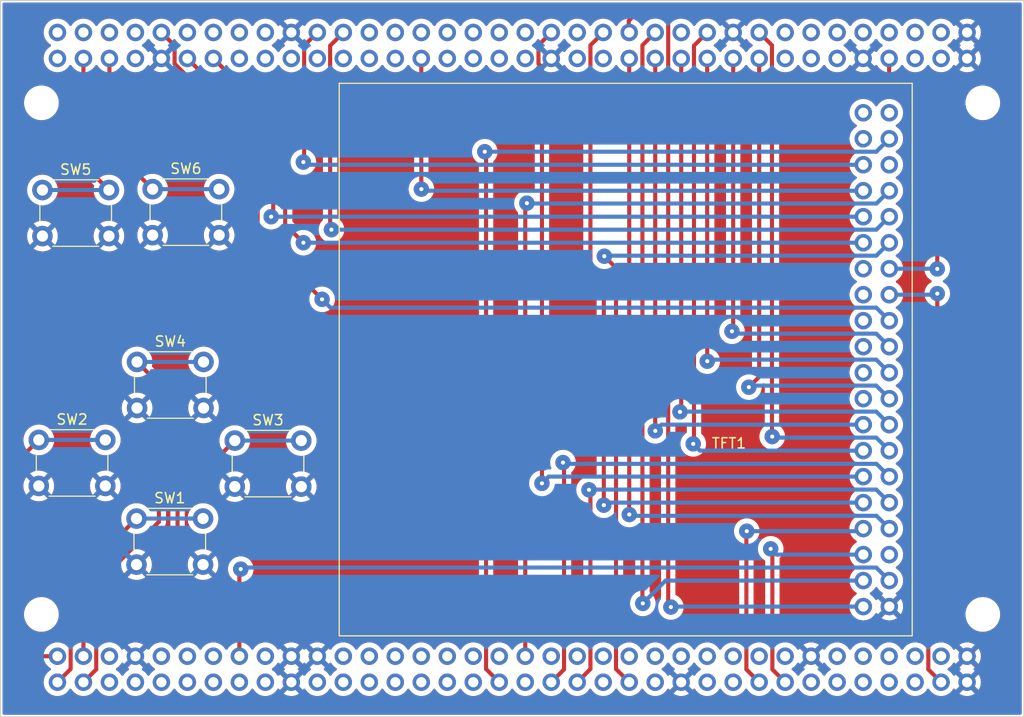
<source format=kicad_pcb>
(kicad_pcb (version 20221018) (generator pcbnew)
  (layers (0 "F.Cu" signal) (31 "B.Cu" signal) (34 "B.Paste" user) (35 "F.Paste" user) (36 "B.SilkS" user "B.Silkscreen") (37 "F.SilkS" user "F.Silkscreen") (38 "B.Mask" user) (39 "F.Mask" user) (44 "Edge.Cuts" user))
  (net 0 "")
  (net 1 "sw1")
  (net 2 "sw2")
  (net 3 "sw3")
  (net 4 "sw4")
  (net 15 "3v3")
  (net 31 "LCD_RD")
  (net 33 "LCD_WR")
  (net 37 "LCD_CS")
  (net 49 "LCD_RST")
  (net 88 "LCD_RS")
  (net 96 "LCD_BL")
  (net 102 "GND")
  (net 104 "SPI_MISO")
  (net 105 "SPI_MOSI")
  (net 106 "PEN")
  (net 107 "F_CS")
  (net 108 "T_CS")
  (net 109 "SPI_CLK")
  (net 110 "SD_CS")
  (net 113 "D0")
  (net 114 "D1")
  (net 115 "D2")
  (net 116 "D3")
  (net 117 "D4")
  (net 118 "D5")
  (net 119 "D6")
  (net 120 "D7")
  (net 121 "D8")
  (net 122 "D9")
  (net 123 "D10")
  (net 124 "D11")
  (net 125 "D12")
  (net 126 "D13")
  (net 127 "D14")
  (net 128 "D15")
  (net 140 "sw5")
  (net 141 "sw6")
  (footprint "MountingHole:MountingHole_3mm" (layer "F.Cu") (at 114 120)
    (fp_text reference "REF**" hide)
    (fp_text value "MountingHole_3mm" hide)
    (pad "" np_thru_hole circle (at 0 0) (size 3 3) (drill 3) (layers "*.Cu" "*.Mask"))
  )
  (footprint "Button_Switch_THT:SW_PUSH_6mm" (layer "F.Cu") (at 123.3424 95.322)
    (fp_text reference "SW4" (at 3.25 -2) (layer "F.SilkS"))
    (fp_text value "SW_Push")
    (fp_line (start -0.25 1.5) (end -0.25 3) (stroke (width 0.12)) (layer "F.SilkS"))
    (fp_line (start 1 5.5) (end 5.5 5.5) (stroke (width 0.12)) (layer "F.SilkS"))
    (fp_line (start 5.5 -1) (end 1 -1) (stroke (width 0.12)) (layer "F.SilkS"))
    (fp_line (start 6.75 3) (end 6.75 1.5) (stroke (width 0.12)) (layer "F.SilkS"))
    (pad "1" thru_hole circle (at 0 0 90) (size 2 2) (drill 1.1) (layers "*.Cu" "*.Mask") (net 4 "sw4"))
    (pad "1" thru_hole circle (at 6.5 0 90) (size 2 2) (drill 1.1) (layers "*.Cu" "*.Mask") (net 4 "sw4"))
    (pad "2" thru_hole circle (at 0 4.5 90) (size 2 2) (drill 1.1) (layers "*.Cu" "*.Mask") (net 102 "GND"))
    (pad "2" thru_hole circle (at 6.5 4.5 90) (size 2 2) (drill 1.1) (layers "*.Cu" "*.Mask") (net 102 "GND"))
  )
  (footprint "Button_Switch_THT:SW_PUSH_6mm" (layer "F.Cu") (at 114.098 78.522)
    (fp_text reference "SW5" (at 3.25 -2) (layer "F.SilkS"))
    (fp_text value "SW_Push")
    (fp_line (start -0.25 1.5) (end -0.25 3) (stroke (width 0.12)) (layer "F.SilkS"))
    (fp_line (start 1 5.5) (end 5.5 5.5) (stroke (width 0.12)) (layer "F.SilkS"))
    (fp_line (start 5.5 -1) (end 1 -1) (stroke (width 0.12)) (layer "F.SilkS"))
    (fp_line (start 6.75 3) (end 6.75 1.5) (stroke (width 0.12)) (layer "F.SilkS"))
    (pad "1" thru_hole circle (at 0 0 90) (size 2 2) (drill 1.1) (layers "*.Cu" "*.Mask") (net 140 "sw5"))
    (pad "1" thru_hole circle (at 6.5 0 90) (size 2 2) (drill 1.1) (layers "*.Cu" "*.Mask") (net 140 "sw5"))
    (pad "2" thru_hole circle (at 0 4.5 90) (size 2 2) (drill 1.1) (layers "*.Cu" "*.Mask") (net 102 "GND"))
    (pad "2" thru_hole circle (at 6.5 4.5 90) (size 2 2) (drill 1.1) (layers "*.Cu" "*.Mask") (net 102 "GND"))
  )
  (footprint "Button_Switch_THT:SW_PUSH_6mm" (layer "F.Cu") (at 123.2928 110.6276)
    (fp_text reference "SW1" (at 3.25 -2) (layer "F.SilkS"))
    (fp_text value "SW_Push")
    (fp_line (start -0.25 1.5) (end -0.25 3) (stroke (width 0.12)) (layer "F.SilkS"))
    (fp_line (start 1 5.5) (end 5.5 5.5) (stroke (width 0.12)) (layer "F.SilkS"))
    (fp_line (start 5.5 -1) (end 1 -1) (stroke (width 0.12)) (layer "F.SilkS"))
    (fp_line (start 6.75 3) (end 6.75 1.5) (stroke (width 0.12)) (layer "F.SilkS"))
    (pad "1" thru_hole circle (at 0 0 90) (size 2 2) (drill 1.1) (layers "*.Cu" "*.Mask") (net 1 "sw1"))
    (pad "1" thru_hole circle (at 6.5 0 90) (size 2 2) (drill 1.1) (layers "*.Cu" "*.Mask") (net 1 "sw1"))
    (pad "2" thru_hole circle (at 0 4.5 90) (size 2 2) (drill 1.1) (layers "*.Cu" "*.Mask") (net 102 "GND"))
    (pad "2" thru_hole circle (at 6.5 4.5 90) (size 2 2) (drill 1.1) (layers "*.Cu" "*.Mask") (net 102 "GND"))
  )
  (footprint "MountingHole:MountingHole_3mm" (layer "F.Cu") (at 114 70)
    (fp_text reference "REF**" hide)
    (fp_text value "MountingHole_3mm" hide)
    (pad "" np_thru_hole circle (at 0 0) (size 3 3) (drill 3) (layers "*.Cu" "*.Mask"))
  )
  (footprint "Button_Switch_THT:SW_PUSH_6mm" (layer "F.Cu") (at 124.8664 78.4352)
    (fp_text reference "SW6" (at 3.25 -2) (layer "F.SilkS"))
    (fp_text value "SW_Push")
    (fp_line (start -0.25 1.5) (end -0.25 3) (stroke (width 0.12)) (layer "F.SilkS"))
    (fp_line (start 1 5.5) (end 5.5 5.5) (stroke (width 0.12)) (layer "F.SilkS"))
    (fp_line (start 5.5 -1) (end 1 -1) (stroke (width 0.12)) (layer "F.SilkS"))
    (fp_line (start 6.75 3) (end 6.75 1.5) (stroke (width 0.12)) (layer "F.SilkS"))
    (pad "1" thru_hole circle (at 0 0 90) (size 2 2) (drill 1.1) (layers "*.Cu" "*.Mask") (net 141 "sw6"))
    (pad "1" thru_hole circle (at 6.5 0 90) (size 2 2) (drill 1.1) (layers "*.Cu" "*.Mask") (net 141 "sw6"))
    (pad "2" thru_hole circle (at 0 4.5 90) (size 2 2) (drill 1.1) (layers "*.Cu" "*.Mask") (net 102 "GND"))
    (pad "2" thru_hole circle (at 6.5 4.5 90) (size 2 2) (drill 1.1) (layers "*.Cu" "*.Mask") (net 102 "GND"))
  )
  (footprint "zombie_display:2.2_TFT_S6D0164" (layer "F.Cu") (at 199.101 68.091 180)
    (fp_text reference "TFT1" (at 17.907 -35.179) (layer "F.SilkS"))
    (fp_text value "2.2_TFT_S6D0164")
    (fp_line (start 0 -54) (end 56 -54) (stroke (width 0.12)) (layer "F.SilkS"))
    (fp_line (start 0 0) (end 0 -54) (stroke (width 0.12)) (layer "F.SilkS"))
    (fp_line (start 0 0) (end 56 0) (stroke (width 0.12)) (layer "F.SilkS"))
    (fp_line (start 56 0) (end 56 -54) (stroke (width 0.12)) (layer "F.SilkS"))
    (pad "1" thru_hole circle (at 2.24 -51.14) (size 1.7 1.7) (drill 1) (layers "*.Cu" "*.Mask") (net 102 "GND"))
    (pad "2" thru_hole circle (at 4.78 -51.14) (size 1.7 1.7) (drill 1) (layers "*.Cu" "*.Mask") (net 113 "D0"))
    (pad "3" thru_hole circle (at 2.24 -48.6) (size 1.7 1.7) (drill 1) (layers "*.Cu" "*.Mask") (net 15 "3v3"))
    (pad "4" thru_hole circle (at 4.78 -48.6) (size 1.7 1.7) (drill 1) (layers "*.Cu" "*.Mask") (net 114 "D1"))
    (pad "5" thru_hole circle (at 2.24 -46.06) (size 1.7 1.7) (drill 1) (layers "*.Cu" "*.Mask"))
    (pad "6" thru_hole circle (at 4.78 -46.06) (size 1.7 1.7) (drill 1) (layers "*.Cu" "*.Mask") (net 115 "D2"))
    (pad "7" thru_hole circle (at 2.24 -43.52) (size 1.7 1.7) (drill 1) (layers "*.Cu" "*.Mask") (net 88 "LCD_RS"))
    (pad "8" thru_hole circle (at 4.78 -43.52) (size 1.7 1.7) (drill 1) (layers "*.Cu" "*.Mask") (net 116 "D3"))
    (pad "9" thru_hole circle (at 2.24 -40.98) (size 1.7 1.7) (drill 1) (layers "*.Cu" "*.Mask") (net 33 "LCD_WR"))
    (pad "10" thru_hole circle (at 4.78 -40.98) (size 1.7 1.7) (drill 1) (layers "*.Cu" "*.Mask") (net 117 "D4"))
    (pad "11" thru_hole circle (at 2.24 -38.44) (size 1.7 1.7) (drill 1) (layers "*.Cu" "*.Mask") (net 31 "LCD_RD"))
    (pad "12" thru_hole circle (at 4.78 -38.44) (size 1.7 1.7) (drill 1) (layers "*.Cu" "*.Mask") (net 118 "D5"))
    (pad "13" thru_hole circle (at 2.24 -35.9) (size 1.7 1.7) (drill 1) (layers "*.Cu" "*.Mask") (net 121 "D8"))
    (pad "14" thru_hole circle (at 4.78 -35.9) (size 1.7 1.7) (drill 1) (layers "*.Cu" "*.Mask") (net 119 "D6"))
    (pad "15" thru_hole circle (at 2.24 -33.36) (size 1.7 1.7) (drill 1) (layers "*.Cu" "*.Mask") (net 122 "D9"))
    (pad "16" thru_hole circle (at 4.78 -33.36) (size 1.7 1.7) (drill 1) (layers "*.Cu" "*.Mask") (net 120 "D7"))
    (pad "17" thru_hole circle (at 2.24 -30.82) (size 1.7 1.7) (drill 1) (layers "*.Cu" "*.Mask") (net 123 "D10"))
    (pad "18" thru_hole circle (at 4.78 -30.82) (size 1.7 1.7) (drill 1) (layers "*.Cu" "*.Mask"))
    (pad "19" thru_hole circle (at 2.24 -28.28) (size 1.7 1.7) (drill 1) (layers "*.Cu" "*.Mask") (net 124 "D11"))
    (pad "20" thru_hole circle (at 4.78 -28.28) (size 1.7 1.7) (drill 1) (layers "*.Cu" "*.Mask"))
    (pad "21" thru_hole circle (at 2.24 -25.74) (size 1.7 1.7) (drill 1) (layers "*.Cu" "*.Mask") (net 125 "D12"))
    (pad "22" thru_hole circle (at 4.78 -25.74) (size 1.7 1.7) (drill 1) (layers "*.Cu" "*.Mask"))
    (pad "23" thru_hole circle (at 2.24 -23.2) (size 1.7 1.7) (drill 1) (layers "*.Cu" "*.Mask") (net 126 "D13"))
    (pad "24" thru_hole circle (at 4.78 -23.2) (size 1.7 1.7) (drill 1) (layers "*.Cu" "*.Mask"))
    (pad "25" thru_hole circle (at 2.24 -20.66) (size 1.7 1.7) (drill 1) (layers "*.Cu" "*.Mask") (net 127 "D14"))
    (pad "26" thru_hole circle (at 4.78 -20.66) (size 1.7 1.7) (drill 1) (layers "*.Cu" "*.Mask"))
    (pad "27" thru_hole circle (at 2.24 -18.12) (size 1.7 1.7) (drill 1) (layers "*.Cu" "*.Mask") (net 128 "D15"))
    (pad "28" thru_hole circle (at 4.78 -18.12) (size 1.7 1.7) (drill 1) (layers "*.Cu" "*.Mask"))
    (pad "29" thru_hole circle (at 2.24 -15.58) (size 1.7 1.7) (drill 1) (layers "*.Cu" "*.Mask") (net 37 "LCD_CS"))
    (pad "30" thru_hole circle (at 4.78 -15.58) (size 1.7 1.7) (drill 1) (layers "*.Cu" "*.Mask") (net 104 "SPI_MISO"))
    (pad "31" thru_hole circle (at 2.24 -13.04) (size 1.7 1.7) (drill 1) (layers "*.Cu" "*.Mask") (net 107 "F_CS"))
    (pad "32" thru_hole circle (at 4.78 -13.04) (size 1.7 1.7) (drill 1) (layers "*.Cu" "*.Mask") (net 109 "SPI_CLK"))
    (pad "33" thru_hole circle (at 2.24 -10.5) (size 1.7 1.7) (drill 1) (layers "*.Cu" "*.Mask") (net 49 "LCD_RST"))
    (pad "34" thru_hole circle (at 4.78 -10.5) (size 1.7 1.7) (drill 1) (layers "*.Cu" "*.Mask") (net 105 "SPI_MOSI"))
    (pad "35" thru_hole circle (at 2.24 -7.96) (size 1.7 1.7) (drill 1) (layers "*.Cu" "*.Mask"))
    (pad "36" thru_hole circle (at 4.78 -7.96) (size 1.7 1.7) (drill 1) (layers "*.Cu" "*.Mask") (net 110 "SD_CS"))
    (pad "37" thru_hole circle (at 2.24 -5.42) (size 1.7 1.7) (drill 1) (layers "*.Cu" "*.Mask") (net 96 "LCD_BL"))
    (pad "38" thru_hole circle (at 4.78 -5.42) (size 1.7 1.7) (drill 1) (layers "*.Cu" "*.Mask"))
    (pad "39" thru_hole circle (at 2.24 -2.88) (size 1.7 1.7) (drill 1) (layers "*.Cu" "*.Mask"))
    (pad "40" thru_hole circle (at 4.78 -2.88) (size 1.7 1.7) (drill 1) (layers "*.Cu" "*.Mask"))
  )
  (footprint "MountingHole:MountingHole_3mm" (layer "F.Cu") (at 206 120)
    (fp_text reference "REF**" hide)
    (fp_text value "MountingHole_3mm" hide)
    (pad "" np_thru_hole circle (at 0 0) (size 3 3) (drill 3) (layers "*.Cu" "*.Mask"))
  )
  (footprint "Button_Switch_THT:SW_PUSH_6mm" (layer "F.Cu") (at 132.894 103.0076)
    (fp_text reference "SW3" (at 3.25 -2) (layer "F.SilkS"))
    (fp_text value "SW_Push")
    (fp_line (start -0.25 1.5) (end -0.25 3) (stroke (width 0.12)) (layer "F.SilkS"))
    (fp_line (start 1 5.5) (end 5.5 5.5) (stroke (width 0.12)) (layer "F.SilkS"))
    (fp_line (start 5.5 -1) (end 1 -1) (stroke (width 0.12)) (layer "F.SilkS"))
    (fp_line (start 6.75 3) (end 6.75 1.5) (stroke (width 0.12)) (layer "F.SilkS"))
    (pad "1" thru_hole circle (at 0 0 90) (size 2 2) (drill 1.1) (layers "*.Cu" "*.Mask") (net 3 "sw3"))
    (pad "1" thru_hole circle (at 6.5 0 90) (size 2 2) (drill 1.1) (layers "*.Cu" "*.Mask") (net 3 "sw3"))
    (pad "2" thru_hole circle (at 0 4.5 90) (size 2 2) (drill 1.1) (layers "*.Cu" "*.Mask") (net 102 "GND"))
    (pad "2" thru_hole circle (at 6.5 4.5 90) (size 2 2) (drill 1.1) (layers "*.Cu" "*.Mask") (net 102 "GND"))
  )
  (footprint "MountingHole:MountingHole_3mm" (layer "F.Cu") (at 206 70)
    (fp_text reference "REF**" hide)
    (fp_text value "MountingHole_3mm" hide)
    (pad "" np_thru_hole circle (at 0 0) (size 3 3) (drill 3) (layers "*.Cu" "*.Mask"))
  )
  (footprint "zombie_nucleo:ST_Morpho_Connector_144_Short" (layer "F.Cu") (at 115.564 126.623 90)
    (fp_text reference "U1" hide)
    (fp_text value "NUCLEO144")
    (pad "1" thru_hole circle (at 0 0 90) (size 1.7 1.7) (drill 1) (layers "*.Cu" "*.Mask") (net 1 "sw1"))
    (pad "2" thru_hole circle (at 2.54 0 90) (size 1.7 1.7) (drill 1) (layers "*.Cu" "*.Mask") (net 2 "sw2"))
    (pad "3" thru_hole circle (at 0 2.54 90) (size 1.7 1.7) (drill 1) (layers "*.Cu" "*.Mask") (net 3 "sw3"))
    (pad "4" thru_hole circle (at 2.54 2.54 90) (size 1.7 1.7) (drill 1) (layers "*.Cu" "*.Mask") (net 4 "sw4"))
    (pad "5" thru_hole circle (at 0 5.08 90) (size 1.7 1.7) (drill 1) (layers "*.Cu" "*.Mask"))
    (pad "6" thru_hole circle (at 2.54 5.08 90) (size 1.7 1.7) (drill 1) (layers "*.Cu" "*.Mask"))
    (pad "7" thru_hole circle (at 0 7.62 90) (size 1.7 1.7) (drill 1) (layers "*.Cu" "*.Mask"))
    (pad "8" thru_hole circle (at 2.54 7.62 90) (size 1.7 1.7) (drill 1) (layers "*.Cu" "*.Mask") (net 102 "GND"))
    (pad "9" thru_hole circle (at 0 10.16 90) (size 1.7 1.7) (drill 1) (layers "*.Cu" "*.Mask"))
    (pad "10" thru_hole circle (at 2.54 10.16 90) (size 1.7 1.7) (drill 1) (layers "*.Cu" "*.Mask"))
    (pad "11" thru_hole circle (at 0 12.7 90) (size 1.7 1.7) (drill 1) (layers "*.Cu" "*.Mask"))
    (pad "12" thru_hole circle (at 2.54 12.7 90) (size 1.7 1.7) (drill 1) (layers "*.Cu" "*.Mask"))
    (pad "13" thru_hole circle (at 0 15.24 90) (size 1.7 1.7) (drill 1) (layers "*.Cu" "*.Mask"))
    (pad "14" thru_hole circle (at 2.54 15.24 90) (size 1.7 1.7) (drill 1) (layers "*.Cu" "*.Mask"))
    (pad "15" thru_hole circle (at 0 17.78 90) (size 1.7 1.7) (drill 1) (layers "*.Cu" "*.Mask"))
    (pad "16" thru_hole circle (at 2.54 17.78 90) (size 1.7 1.7) (drill 1) (layers "*.Cu" "*.Mask") (net 15 "3v3"))
    (pad "17" thru_hole circle (at 0 20.32 90) (size 1.7 1.7) (drill 1) (layers "*.Cu" "*.Mask"))
    (pad "18" thru_hole circle (at 2.54 20.32 90) (size 1.7 1.7) (drill 1) (layers "*.Cu" "*.Mask"))
    (pad "19" thru_hole circle (at 0 22.86 90) (size 1.7 1.7) (drill 1) (layers "*.Cu" "*.Mask") (net 102 "GND"))
    (pad "20" thru_hole circle (at 2.54 22.86 90) (size 1.7 1.7) (drill 1) (layers "*.Cu" "*.Mask") (net 102 "GND"))
    (pad "21" thru_hole circle (at 0 25.4 90) (size 1.7 1.7) (drill 1) (layers "*.Cu" "*.Mask"))
    (pad "22" thru_hole circle (at 2.54 25.4 90) (size 1.7 1.7) (drill 1) (layers "*.Cu" "*.Mask") (net 102 "GND"))
    (pad "23" thru_hole circle (at 0 27.94 90) (size 1.7 1.7) (drill 1) (layers "*.Cu" "*.Mask"))
    (pad "24" thru_hole circle (at 2.54 27.94 90) (size 1.7 1.7) (drill 1) (layers "*.Cu" "*.Mask"))
    (pad "25" thru_hole circle (at 0 30.48 90) (size 1.7 1.7) (drill 1) (layers "*.Cu" "*.Mask"))
    (pad "26" thru_hole circle (at 2.54 30.48 90) (size 1.7 1.7) (drill 1) (layers "*.Cu" "*.Mask"))
    (pad "27" thru_hole circle (at 0 33.02 90) (size 1.7 1.7) (drill 1) (layers "*.Cu" "*.Mask"))
    (pad "28" thru_hole circle (at 2.54 33.02 90) (size 1.7 1.7) (drill 1) (layers "*.Cu" "*.Mask"))
    (pad "29" thru_hole circle (at 0 35.56 90) (size 1.7 1.7) (drill 1) (layers "*.Cu" "*.Mask"))
    (pad "30" thru_hole circle (at 2.54 35.56 90) (size 1.7 1.7) (drill 1) (layers "*.Cu" "*.Mask"))
    (pad "31" thru_hole circle (at 0 38.1 90) (size 1.7 1.7) (drill 1) (layers "*.Cu" "*.Mask"))
    (pad "32" thru_hole circle (at 2.54 38.1 90) (size 1.7 1.7) (drill 1) (layers "*.Cu" "*.Mask"))
    (pad "33" thru_hole circle (at 0 40.64 90) (size 1.7 1.7) (drill 1) (layers "*.Cu" "*.Mask"))
    (pad "34" thru_hole circle (at 2.54 40.64 90) (size 1.7 1.7) (drill 1) (layers "*.Cu" "*.Mask"))
    (pad "35" thru_hole circle (at 0 43.18 90) (size 1.7 1.7) (drill 1) (layers "*.Cu" "*.Mask") (net 96 "LCD_BL"))
    (pad "36" thru_hole circle (at 2.54 43.18 90) (size 1.7 1.7) (drill 1) (layers "*.Cu" "*.Mask"))
    (pad "37" thru_hole circle (at 0 45.72 90) (size 1.7 1.7) (drill 1) (layers "*.Cu" "*.Mask") (net 106 "PEN"))
    (pad "38" thru_hole circle (at 2.54 45.72 90) (size 1.7 1.7) (drill 1) (layers "*.Cu" "*.Mask") (net 49 "LCD_RST"))
    (pad "39" thru_hole circle (at 0 48.26 90) (size 1.7 1.7) (drill 1) (layers "*.Cu" "*.Mask") (net 31 "LCD_RD"))
    (pad "40" thru_hole circle (at 2.54 48.26 90) (size 1.7 1.7) (drill 1) (layers "*.Cu" "*.Mask"))
    (pad "41" thru_hole circle (at 0 50.8 90) (size 1.7 1.7) (drill 1) (layers "*.Cu" "*.Mask") (net 33 "LCD_WR"))
    (pad "42" thru_hole circle (at 2.54 50.8 90) (size 1.7 1.7) (drill 1) (layers "*.Cu" "*.Mask"))
    (pad "43" thru_hole circle (at 0 53.34 90) (size 1.7 1.7) (drill 1) (layers "*.Cu" "*.Mask"))
    (pad "44" thru_hole circle (at 2.54 53.34 90) (size 1.7 1.7) (drill 1) (layers "*.Cu" "*.Mask"))
    (pad "45" thru_hole circle (at 0 55.88 90) (size 1.7 1.7) (drill 1) (layers "*.Cu" "*.Mask") (net 37 "LCD_CS"))
    (pad "46" thru_hole circle (at 2.54 55.88 90) (size 1.7 1.7) (drill 1) (layers "*.Cu" "*.Mask"))
    (pad "47" thru_hole circle (at 0 58.42 90) (size 1.7 1.7) (drill 1) (layers "*.Cu" "*.Mask"))
    (pad "48" thru_hole circle (at 2.54 58.42 90) (size 1.7 1.7) (drill 1) (layers "*.Cu" "*.Mask"))
    (pad "49" thru_hole circle (at 0 60.96 90) (size 1.7 1.7) (drill 1) (layers "*.Cu" "*.Mask") (net 102 "GND"))
    (pad "50" thru_hole circle (at 2.54 60.96 90) (size 1.7 1.7) (drill 1) (layers "*.Cu" "*.Mask"))
    (pad "51" thru_hole circle (at 0 63.5 90) (size 1.7 1.7) (drill 1) (layers "*.Cu" "*.Mask"))
    (pad "52" thru_hole circle (at 2.54 63.5 90) (size 1.7 1.7) (drill 1) (layers "*.Cu" "*.Mask"))
    (pad "53" thru_hole circle (at 0 66.04 90) (size 1.7 1.7) (drill 1) (layers "*.Cu" "*.Mask"))
    (pad "54" thru_hole circle (at 2.54 66.04 90) (size 1.7 1.7) (drill 1) (layers "*.Cu" "*.Mask"))
    (pad "55" thru_hole circle (at 0 68.58 90) (size 1.7 1.7) (drill 1) (layers "*.Cu" "*.Mask") (net 116 "D3"))
    (pad "56" thru_hole circle (at 2.54 68.58 90) (size 1.7 1.7) (drill 1) (layers "*.Cu" "*.Mask"))
    (pad "57" thru_hole circle (at 0 71.12 90) (size 1.7 1.7) (drill 1) (layers "*.Cu" "*.Mask") (net 115 "D2"))
    (pad "58" thru_hole circle (at 2.54 71.12 90) (size 1.7 1.7) (drill 1) (layers "*.Cu" "*.Mask"))
    (pad "59" thru_hole circle (at 0 73.66 90) (size 1.7 1.7) (drill 1) (layers "*.Cu" "*.Mask"))
    (pad "60" thru_hole circle (at 2.54 73.66 90) (size 1.7 1.7) (drill 1) (layers "*.Cu" "*.Mask") (net 102 "GND"))
    (pad "61" thru_hole circle (at 0 76.2 90) (size 1.7 1.7) (drill 1) (layers "*.Cu" "*.Mask"))
    (pad "62" thru_hole circle (at 2.54 76.2 90) (size 1.7 1.7) (drill 1) (layers "*.Cu" "*.Mask"))
    (pad "63" thru_hole circle (at 0 78.74 90) (size 1.7 1.7) (drill 1) (layers "*.Cu" "*.Mask"))
    (pad "64" thru_hole circle (at 2.54 78.74 90) (size 1.7 1.7) (drill 1) (layers "*.Cu" "*.Mask"))
    (pad "65" thru_hole circle (at 0 81.28 90) (size 1.7 1.7) (drill 1) (layers "*.Cu" "*.Mask"))
    (pad "66" thru_hole circle (at 2.54 81.28 90) (size 1.7 1.7) (drill 1) (layers "*.Cu" "*.Mask"))
    (pad "67" thru_hole circle (at 0 83.82 90) (size 1.7 1.7) (drill 1) (layers "*.Cu" "*.Mask"))
    (pad "68" thru_hole circle (at 2.54 83.82 90) (size 1.7 1.7) (drill 1) (layers "*.Cu" "*.Mask"))
    (pad "69" thru_hole circle (at 0 86.36 90) (size 1.7 1.7) (drill 1) (layers "*.Cu" "*.Mask") (net 127 "D14"))
    (pad "70" thru_hole circle (at 2.54 86.36 90) (size 1.7 1.7) (drill 1) (layers "*.Cu" "*.Mask"))
    (pad "71" thru_hole circle (at 0 88.9 90) (size 1.7 1.7) (drill 1) (layers "*.Cu" "*.Mask") (net 102 "GND"))
    (pad "72" thru_hole circle (at 2.54 88.9 90) (size 1.7 1.7) (drill 1) (layers "*.Cu" "*.Mask") (net 102 "GND"))
    (pad "73" thru_hole circle (at 60.96 0 90) (size 1.7 1.7) (drill 1) (layers "*.Cu" "*.Mask"))
    (pad "74" thru_hole circle (at 63.5 0 90) (size 1.7 1.7) (drill 1) (layers "*.Cu" "*.Mask"))
    (pad "75" thru_hole circle (at 60.96 2.54 90) (size 1.7 1.7) (drill 1) (layers "*.Cu" "*.Mask") (net 140 "sw5"))
    (pad "76" thru_hole circle (at 63.5 2.54 90) (size 1.7 1.7) (drill 1) (layers "*.Cu" "*.Mask"))
    (pad "77" thru_hole circle (at 60.96 5.08 90) (size 1.7 1.7) (drill 1) (layers "*.Cu" "*.Mask") (net 141 "sw6"))
    (pad "78" thru_hole circle (at 63.5 5.08 90) (size 1.7 1.7) (drill 1) (layers "*.Cu" "*.Mask"))
    (pad "79" thru_hole circle (at 60.96 7.62 90) (size 1.7 1.7) (drill 1) (layers "*.Cu" "*.Mask"))
    (pad "80" thru_hole circle (at 63.5 7.62 90) (size 1.7 1.7) (drill 1) (layers "*.Cu" "*.Mask"))
    (pad "81" thru_hole circle (at 60.96 10.16 90) (size 1.7 1.7) (drill 1) (layers "*.Cu" "*.Mask") (net 102 "GND"))
    (pad "82" thru_hole circle (at 63.5 10.16 90) (size 1.7 1.7) (drill 1) (layers "*.Cu" "*.Mask") (net 126 "D13"))
    (pad "83" thru_hole circle (at 60.96 12.7 90) (size 1.7 1.7) (drill 1) (layers "*.Cu" "*.Mask") (net 109 "SPI_CLK"))
    (pad "84" thru_hole circle (at 63.5 12.7 90) (size 1.7 1.7) (drill 1) (layers "*.Cu" "*.Mask"))
    (pad "85" thru_hole circle (at 60.96 15.24 90) (size 1.7 1.7) (drill 1) (layers "*.Cu" "*.Mask") (net 104 "SPI_MISO"))
    (pad "86" thru_hole circle (at 63.5 15.24 90) (size 1.7 1.7) (drill 1) (layers "*.Cu" "*.Mask"))
    (pad "87" thru_hole circle (at 60.96 17.78 90) (size 1.7 1.7) (drill 1) (layers "*.Cu" "*.Mask"))
    (pad "88" thru_hole circle (at 63.5 17.78 90) (size 1.7 1.7) (drill 1) (layers "*.Cu" "*.Mask"))
    (pad "89" thru_hole circle (at 60.96 20.32 90) (size 1.7 1.7) (drill 1) (layers "*.Cu" "*.Mask"))
    (pad "90" thru_hole circle (at 63.5 20.32 90) (size 1.7 1.7) (drill 1) (layers "*.Cu" "*.Mask"))
    (pad "91" thru_hole circle (at 60.96 22.86 90) (size 1.7 1.7) (drill 1) (layers "*.Cu" "*.Mask"))
    (pad "92" thru_hole circle (at 63.5 22.86 90) (size 1.7 1.7) (drill 1) (layers "*.Cu" "*.Mask") (net 102 "GND"))
    (pad "93" thru_hole circle (at 60.96 25.4 90) (size 1.7 1.7) (drill 1) (layers "*.Cu" "*.Mask"))
    (pad "94" thru_hole circle (at 63.5 25.4 90) (size 1.7 1.7) (drill 1) (layers "*.Cu" "*.Mask") (net 110 "SD_CS"))
    (pad "95" thru_hole circle (at 60.96 27.94 90) (size 1.7 1.7) (drill 1) (layers "*.Cu" "*.Mask"))
    (pad "96" thru_hole circle (at 63.5 27.94 90) (size 1.7 1.7) (drill 1) (layers "*.Cu" "*.Mask") (net 107 "F_CS"))
    (pad "97" thru_hole circle (at 60.96 30.48 90) (size 1.7 1.7) (drill 1) (layers "*.Cu" "*.Mask"))
    (pad "98" thru_hole circle (at 63.5 30.48 90) (size 1.7 1.7) (drill 1) (layers "*.Cu" "*.Mask"))
    (pad "99" thru_hole circle (at 60.96 33.02 90) (size 1.7 1.7) (drill 1) (layers "*.Cu" "*.Mask"))
    (pad "100" thru_hole circle (at 63.5 33.02 90) (size 1.7 1.7) (drill 1) (layers "*.Cu" "*.Mask"))
    (pad "101" thru_hole circle (at 60.96 35.56 90) (size 1.7 1.7) (drill 1) (layers "*.Cu" "*.Mask") (net 105 "SPI_MOSI"))
    (pad "102" thru_hole circle (at 63.5 35.56 90) (size 1.7 1.7) (drill 1) (layers "*.Cu" "*.Mask"))
    (pad "103" thru_hole circle (at 60.96 38.1 90) (size 1.7 1.7) (drill 1) (layers "*.Cu" "*.Mask"))
    (pad "104" thru_hole circle (at 63.5 38.1 90) (size 1.7 1.7) (drill 1) (layers "*.Cu" "*.Mask"))
    (pad "105" thru_hole circle (at 60.96 40.64 90) (size 1.7 1.7) (drill 1) (layers "*.Cu" "*.Mask"))
    (pad "106" thru_hole circle (at 63.5 40.64 90) (size 1.7 1.7) (drill 1) (layers "*.Cu" "*.Mask"))
    (pad "107" thru_hole circle (at 60.96 43.18 90) (size 1.7 1.7) (drill 1) (layers "*.Cu" "*.Mask"))
    (pad "108" thru_hole circle (at 63.5 43.18 90) (size 1.7 1.7) (drill 1) (layers "*.Cu" "*.Mask"))
    (pad "109" thru_hole circle (at 60.96 45.72 90) (size 1.7 1.7) (drill 1) (layers "*.Cu" "*.Mask") (net 108 "T_CS"))
    (pad "110" thru_hole circle (at 63.5 45.72 90) (size 1.7 1.7) (drill 1) (layers "*.Cu" "*.Mask"))
    (pad "111" thru_hole circle (at 60.96 48.26 90) (size 1.7 1.7) (drill 1) (layers "*.Cu" "*.Mask") (net 102 "GND"))
    (pad "112" thru_hole circle (at 63.5 48.26 90) (size 1.7 1.7) (drill 1) (layers "*.Cu" "*.Mask") (net 118 "D5"))
    (pad "113" thru_hole circle (at 60.96 50.8 90) (size 1.7 1.7) (drill 1) (layers "*.Cu" "*.Mask"))
    (pad "114" thru_hole circle (at 63.5 50.8 90) (size 1.7 1.7) (drill 1) (layers "*.Cu" "*.Mask"))
    (pad "115" thru_hole circle (at 60.96 53.34 90) (size 1.7 1.7) (drill 1) (layers "*.Cu" "*.Mask"))
    (pad "116" thru_hole circle (at 63.5 53.34 90) (size 1.7 1.7) (drill 1) (layers "*.Cu" "*.Mask") (net 117 "D4"))
    (pad "117" thru_hole circle (at 60.96 55.88 90) (size 1.7 1.7) (drill 1) (layers "*.Cu" "*.Mask") (net 88 "LCD_RS"))
    (pad "118" thru_hole circle (at 63.5 55.88 90) (size 1.7 1.7) (drill 1) (layers "*.Cu" "*.Mask") (net 113 "D0"))
    (pad "119" thru_hole circle (at 60.96 58.42 90) (size 1.7 1.7) (drill 1) (layers "*.Cu" "*.Mask") (net 120 "D7"))
    (pad "120" thru_hole circle (at 63.5 58.42 90) (size 1.7 1.7) (drill 1) (layers "*.Cu" "*.Mask") (net 114 "D1"))
    (pad "121" thru_hole circle (at 60.96 60.96 90) (size 1.7 1.7) (drill 1) (layers "*.Cu" "*.Mask") (net 122 "D9"))
    (pad "122" thru_hole circle (at 63.5 60.96 90) (size 1.7 1.7) (drill 1) (layers "*.Cu" "*.Mask"))
    (pad "123" thru_hole circle (at 60.96 63.5 90) (size 1.7 1.7) (drill 1) (layers "*.Cu" "*.Mask") (net 124 "D11"))
    (pad "124" thru_hole circle (at 63.5 63.5 90) (size 1.7 1.7) (drill 1) (layers "*.Cu" "*.Mask") (net 119 "D6"))
    (pad "125" thru_hole circle (at 60.96 66.04 90) (size 1.7 1.7) (drill 1) (layers "*.Cu" "*.Mask") (net 125 "D12"))
    (pad "126" thru_hole circle (at 63.5 66.04 90) (size 1.7 1.7) (drill 1) (layers "*.Cu" "*.Mask") (net 102 "GND"))
    (pad "127" thru_hole circle (at 60.96 68.58 90) (size 1.7 1.7) (drill 1) (layers "*.Cu" "*.Mask") (net 123 "D10"))
    (pad "128" thru_hole circle (at 63.5 68.58 90) (size 1.7 1.7) (drill 1) (layers "*.Cu" "*.Mask") (net 121 "D8"))
    (pad "129" thru_hole circle (at 60.96 71.12 90) (size 1.7 1.7) (drill 1) (layers "*.Cu" "*.Mask"))
    (pad "130" thru_hole circle (at 63.5 71.12 90) (size 1.7 1.7) (drill 1) (layers "*.Cu" "*.Mask"))
    (pad "131" thru_hole circle (at 60.96 73.66 90) (size 1.7 1.7) (drill 1) (layers "*.Cu" "*.Mask"))
    (pad "132" thru_hole circle (at 63.5 73.66 90) (size 1.7 1.7) (drill 1) (layers "*.Cu" "*.Mask"))
    (pad "133" thru_hole circle (at 60.96 76.2 90) (size 1.7 1.7) (drill 1) (layers "*.Cu" "*.Mask"))
    (pad "134" thru_hole circle (at 63.5 76.2 90) (size 1.7 1.7) (drill 1) (layers "*.Cu" "*.Mask"))
    (pad "135" thru_hole circle (at 60.96 78.74 90) (size 1.7 1.7) (drill 1) (layers "*.Cu" "*.Mask") (net 102 "GND"))
    (pad "136" thru_hole circle (at 63.5 78.74 90) (size 1.7 1.7) (drill 1) (layers "*.Cu" "*.Mask"))
    (pad "137" thru_hole circle (at 60.96 81.28 90) (size 1.7 1.7) (drill 1) (layers "*.Cu" "*.Mask") (net 128 "D15"))
    (pad "138" thru_hole circle (at 63.5 81.28 90) (size 1.7 1.7) (drill 1) (layers "*.Cu" "*.Mask"))
    (pad "139" thru_hole circle (at 60.96 83.82 90) (size 1.7 1.7) (drill 1) (layers "*.Cu" "*.Mask"))
    (pad "140" thru_hole circle (at 63.5 83.82 90) (size 1.7 1.7) (drill 1) (layers "*.Cu" "*.Mask"))
    (pad "141" thru_hole circle (at 60.96 86.36 90) (size 1.7 1.7) (drill 1) (layers "*.Cu" "*.Mask"))
    (pad "142" thru_hole circle (at 63.5 86.36 90) (size 1.7 1.7) (drill 1) (layers "*.Cu" "*.Mask"))
    (pad "143" thru_hole circle (at 60.96 88.9 90) (size 1.7 1.7) (drill 1) (layers "*.Cu" "*.Mask") (net 102 "GND"))
    (pad "144" thru_hole circle (at 63.5 88.9 90) (size 1.7 1.7) (drill 1) (layers "*.Cu" "*.Mask") (net 102 "GND"))
  )
  (footprint "Button_Switch_THT:SW_PUSH_6mm" (layer "F.Cu") (at 113.7436 102.942)
    (fp_text reference "SW2" (at 3.25 -2) (layer "F.SilkS"))
    (fp_text value "SW_Push")
    (fp_line (start -0.25 1.5) (end -0.25 3) (stroke (width 0.12)) (layer "F.SilkS"))
    (fp_line (start 1 5.5) (end 5.5 5.5) (stroke (width 0.12)) (layer "F.SilkS"))
    (fp_line (start 5.5 -1) (end 1 -1) (stroke (width 0.12)) (layer "F.SilkS"))
    (fp_line (start 6.75 3) (end 6.75 1.5) (stroke (width 0.12)) (layer "F.SilkS"))
    (pad "1" thru_hole circle (at 0 0 90) (size 2 2) (drill 1.1) (layers "*.Cu" "*.Mask") (net 2 "sw2"))
    (pad "1" thru_hole circle (at 6.5 0 90) (size 2 2) (drill 1.1) (layers "*.Cu" "*.Mask") (net 2 "sw2"))
    (pad "2" thru_hole circle (at 0 4.5 90) (size 2 2) (drill 1.1) (layers "*.Cu" "*.Mask") (net 102 "GND"))
    (pad "2" thru_hole circle (at 6.5 4.5 90) (size 2 2) (drill 1.1) (layers "*.Cu" "*.Mask") (net 102 "GND"))
  )
  (gr_rect (start 110 60) (end 210 130) (stroke (width 0.1)) (fill none) (layer "Edge.Cuts"))
  (segment (start 116.84 125.2728) (end 116.84 125.347) (width 0.4) (layer "F.Cu") (net 1))
  (segment (start 123.2928 110.6276) (end 116.854 117.0664) (width 0.4) (layer "F.Cu") (net 1))
  (segment (start 116.854 125.2588) (end 116.84 125.2728) (width 0.4) (layer "F.Cu") (net 1))
  (segment (start 116.84 125.347) (end 115.564 126.623) (width 0.4) (layer "F.Cu") (net 1))
  (segment (start 116.854 117.0664) (end 116.854 125.2588) (width 0.4) (layer "F.Cu") (net 1))
  (segment (start 129.7928 110.6276) (end 123.2928 110.6276) (width 0.4) (layer "B.Cu") (net 1))
  (segment (start 113.7436 102.942) (end 111.4044 105.2812) (width 0.4) (layer "F.Cu") (net 2))
  (segment (start 112.399 124.083) (end 115.564 124.083) (width 0.4) (layer "F.Cu") (net 2))
  (segment (start 111.4044 123.0884) (end 112.399 124.083) (width 0.4) (layer "F.Cu") (net 2))
  (segment (start 111.4044 105.2812) (end 111.4044 123.0884) (width 0.4) (layer "F.Cu") (net 2))
  (segment (start 120.2436 102.942) (end 113.7436 102.942) (width 0.4) (layer "B.Cu") (net 2))
  (segment (start 127.3048 114.965567) (end 119.354 122.916367) (width 0.4) (layer "F.Cu") (net 3))
  (segment (start 119.354 122.916367) (end 119.354 125.373) (width 0.4) (layer "F.Cu") (net 3))
  (segment (start 132.894 103.0076) (end 127.3048 108.5968) (width 0.4) (layer "F.Cu") (net 3))
  (segment (start 119.354 125.373) (end 118.104 126.623) (width 0.4) (layer "F.Cu") (net 3))
  (segment (start 127.3048 108.5968) (end 127.3048 114.965567) (width 0.4) (layer "F.Cu") (net 3))
  (segment (start 132.894 103.0076) (end 139.394 103.0076) (width 0.4) (layer "B.Cu") (net 3))
  (segment (start 125.476 97.4556) (end 125.476 110.9472) (width 0.4) (layer "F.Cu") (net 4))
  (segment (start 118.104 118.3192) (end 118.104 124.083) (width 0.4) (layer "F.Cu") (net 4))
  (segment (start 125.476 110.9472) (end 118.104 118.3192) (width 0.4) (layer "F.Cu") (net 4))
  (segment (start 123.3424 95.322) (end 125.476 97.4556) (width 0.4) (layer "F.Cu") (net 4))
  (segment (start 129.8424 95.322) (end 123.3424 95.322) (width 0.4) (layer "B.Cu") (net 4))
  (segment (start 133.344 115.703) (end 133.344 124.083) (width 0.4) (layer "F.Cu") (net 15))
  (segment (start 133.477 115.57) (end 133.344 115.703) (width 0.4) (layer "F.Cu") (net 15))
  (via (at 133.477 115.57) (size 1.5) (drill 0.4) (layers "F.Cu" "B.Cu") (net 15))
  (segment (start 195.5876 115.4176) (end 133.6294 115.4176) (width 0.4) (layer "B.Cu") (net 15))
  (segment (start 196.861 116.691) (end 195.5876 115.4176) (width 0.4) (layer "B.Cu") (net 15))
  (segment (start 133.6294 115.4176) (end 133.477 115.57) (width 0.4) (layer "B.Cu") (net 15))
  (segment (start 165.074 125.373) (end 163.824 126.623) (width 0.4) (layer "F.Cu") (net 31))
  (segment (start 165.074 105.257) (end 165.074 125.373) (width 0.4) (layer "F.Cu") (net 31))
  (segment (start 164.973 105.156) (end 165.074 105.257) (width 0.4) (layer "F.Cu") (net 31))
  (via (at 164.973 105.156) (size 1.5) (drill 0.4) (layers "F.Cu" "B.Cu") (net 31))
  (segment (start 195.611 105.281) (end 165.098 105.281) (width 0.4) (layer "B.Cu") (net 31))
  (segment (start 165.098 105.281) (end 164.973 105.156) (width 0.4) (layer "B.Cu") (net 31))
  (segment (start 196.861 106.531) (end 195.611 105.281) (width 0.4) (layer "B.Cu") (net 31))
  (segment (start 167.654 107.964) (end 167.654 125.333) (width 0.4) (layer "F.Cu") (net 33))
  (segment (start 167.513 107.823) (end 167.654 107.964) (width 0.4) (layer "F.Cu") (net 33))
  (segment (start 167.654 125.333) (end 166.364 126.623) (width 0.4) (layer "F.Cu") (net 33))
  (via (at 167.513 107.823) (size 1.5) (drill 0.4) (layers "F.Cu" "B.Cu") (net 33))
  (segment (start 196.861 109.071) (end 195.5876 107.7976) (width 0.4) (layer "B.Cu") (net 33))
  (segment (start 167.5384 107.7976) (end 167.513 107.823) (width 0.4) (layer "B.Cu") (net 33))
  (segment (start 195.5876 107.7976) (end 167.5384 107.7976) (width 0.4) (layer "B.Cu") (net 33))
  (segment (start 170.154 86.1308) (end 170.154 125.333) (width 0.4) (layer "F.Cu") (net 37))
  (segment (start 169.0116 84.9884) (end 170.154 86.1308) (width 0.4) (layer "F.Cu") (net 37))
  (segment (start 170.154 125.333) (end 171.444 126.623) (width 0.4) (layer "F.Cu") (net 37))
  (via (at 169.0116 84.9884) (size 1.5) (drill 0.4) (layers "F.Cu" "B.Cu") (net 37))
  (segment (start 195.5944 84.9376) (end 169.0624 84.9376) (width 0.4) (layer "B.Cu") (net 37))
  (segment (start 169.0624 84.9376) (end 169.0116 84.9884) (width 0.4) (layer "B.Cu") (net 37))
  (segment (start 196.861 83.671) (end 195.5944 84.9376) (width 0.4) (layer "B.Cu") (net 37))
  (segment (start 161.284 79.9652) (end 161.284 124.083) (width 0.4) (layer "F.Cu") (net 49))
  (segment (start 161.4424 79.8068) (end 161.284 79.9652) (width 0.4) (layer "F.Cu") (net 49))
  (via (at 161.4424 79.8068) (size 1.5) (drill 0.4) (layers "F.Cu" "B.Cu") (net 49))
  (segment (start 196.861 78.591) (end 195.611 79.841) (width 0.4) (layer "B.Cu") (net 49))
  (segment (start 195.611 79.841) (end 161.4766 79.841) (width 0.4) (layer "B.Cu") (net 49))
  (segment (start 161.4766 79.841) (end 161.4424 79.8068) (width 0.4) (layer "B.Cu") (net 49))
  (segment (start 171.45 110.236) (end 171.444 110.23) (width 0.4) (layer "F.Cu") (net 88))
  (segment (start 171.444 110.23) (end 171.444 65.663) (width 0.4) (layer "F.Cu") (net 88))
  (via (at 171.45 110.236) (size 1.5) (drill 0.4) (layers "F.Cu" "B.Cu") (net 88))
  (segment (start 171.575 110.361) (end 171.45 110.236) (width 0.4) (layer "B.Cu") (net 88))
  (segment (start 195.611 110.361) (end 171.575 110.361) (width 0.4) (layer "B.Cu") (net 88))
  (segment (start 196.861 111.611) (end 195.611 110.361) (width 0.4) (layer "B.Cu") (net 88))
  (segment (start 157.3276 74.7776) (end 157.454 74.904) (width 0.4) (layer "F.Cu") (net 96))
  (segment (start 157.454 74.904) (end 157.454 125.333) (width 0.4) (layer "F.Cu") (net 96))
  (segment (start 157.454 125.333) (end 158.744 126.623) (width 0.4) (layer "F.Cu") (net 96))
  (via (at 157.3276 74.7776) (size 1.5) (drill 0.4) (layers "F.Cu" "B.Cu") (net 96))
  (segment (start 157.3276 74.7776) (end 195.5944 74.7776) (width 0.4) (layer "B.Cu") (net 96))
  (segment (start 195.5944 74.7776) (end 196.861 73.511) (width 0.4) (layer "B.Cu") (net 96))
  (segment (start 137.8204 72.6794) (end 130.804 65.663) (width 0.4) (layer "F.Cu") (net 104))
  (segment (start 137.8204 81.893) (end 137.8204 72.6794) (width 0.4) (layer "F.Cu") (net 104))
  (segment (start 139.5984 83.671) (end 137.8204 81.893) (width 0.4) (layer "F.Cu") (net 104))
  (via (at 139.5984 83.671) (size 1.5) (drill 0.4) (layers "F.Cu" "B.Cu") (net 104))
  (segment (start 139.5984 83.671) (end 194.321 83.671) (width 0.4) (layer "B.Cu") (net 104))
  (segment (start 151.13 78.4352) (end 151.124 78.4292) (width 0.4) (layer "F.Cu") (net 105))
  (segment (start 151.124 78.4292) (end 151.124 65.663) (width 0.4) (layer "F.Cu") (net 105))
  (via (at 151.13 78.4352) (size 1.5) (drill 0.4) (layers "F.Cu" "B.Cu") (net 105))
  (segment (start 194.321 78.591) (end 151.2858 78.591) (width 0.4) (layer "B.Cu") (net 105))
  (segment (start 151.2858 78.591) (end 151.13 78.4352) (width 0.4) (layer "B.Cu") (net 105))
  (segment (start 142.214 82.27) (end 142.214 64.413) (width 0.4) (layer "F.Cu") (net 107))
  (segment (start 142.3416 82.3976) (end 142.214 82.27) (width 0.4) (layer "F.Cu") (net 107))
  (segment (start 142.214 64.413) (end 143.504 63.123) (width 0.4) (layer "F.Cu") (net 107))
  (via (at 142.3416 82.3976) (size 1.5) (drill 0.4) (layers "F.Cu" "B.Cu") (net 107))
  (segment (start 196.861 81.131) (end 195.5944 82.3976) (width 0.4) (layer "B.Cu") (net 107))
  (segment (start 195.5944 82.3976) (end 142.3416 82.3976) (width 0.4) (layer "B.Cu") (net 107))
  (segment (start 136.652 74.051) (end 128.264 65.663) (width 0.4) (layer "F.Cu") (net 109))
  (segment (start 136.652 80.9278) (end 136.652 74.051) (width 0.4) (layer "F.Cu") (net 109))
  (segment (start 136.4488 81.131) (end 136.652 80.9278) (width 0.4) (layer "F.Cu") (net 109))
  (via (at 136.4488 81.131) (size 1.5) (drill 0.4) (layers "F.Cu" "B.Cu") (net 109))
  (segment (start 136.4488 81.131) (end 194.321 81.131) (width 0.4) (layer "B.Cu") (net 109))
  (segment (start 139.674 64.413) (end 140.964 63.123) (width 0.4) (layer "F.Cu") (net 110))
  (segment (start 139.674 75.718) (end 139.674 64.413) (width 0.4) (layer "F.Cu") (net 110))
  (segment (start 139.5984 75.7936) (end 139.674 75.718) (width 0.4) (layer "F.Cu") (net 110))
  (via (at 139.5984 75.7936) (size 1.5) (drill 0.4) (layers "F.Cu" "B.Cu") (net 110))
  (segment (start 139.8558 76.051) (end 139.5984 75.7936) (width 0.4) (layer "B.Cu") (net 110))
  (segment (start 194.321 76.051) (end 139.8558 76.051) (width 0.4) (layer "B.Cu") (net 110))
  (segment (start 175.514 119.2784) (end 175.253 119.0174) (width 0.4) (layer "F.Cu") (net 113))
  (segment (start 175.253 119.0174) (end 175.253 61.7658) (width 0.4) (layer "F.Cu") (net 113))
  (segment (start 172.212 61.1632) (end 171.3992 61.976) (width 0.4) (layer "F.Cu") (net 113))
  (segment (start 175.253 61.7658) (end 174.6504 61.1632) (width 0.4) (layer "F.Cu") (net 113))
  (segment (start 171.3992 63.0782) (end 171.444 63.123) (width 0.4) (layer "F.Cu") (net 113))
  (segment (start 174.6504 61.1632) (end 172.212 61.1632) (width 0.4) (layer "F.Cu") (net 113))
  (segment (start 171.3992 61.976) (end 171.3992 63.0782) (width 0.4) (layer "F.Cu") (net 113))
  (via (at 175.514 119.2784) (size 1.5) (drill 0.4) (layers "F.Cu" "B.Cu") (net 113))
  (segment (start 194.321 119.231) (end 175.5614 119.231) (width 0.4) (layer "B.Cu") (net 113))
  (segment (start 175.5614 119.231) (end 175.514 119.2784) (width 0.4) (layer "B.Cu") (net 113))
  (segment (start 172.734 118.886) (end 172.734 64.373) (width 0.4) (layer "F.Cu") (net 114))
  (segment (start 172.734 64.373) (end 173.984 63.123) (width 0.4) (layer "F.Cu") (net 114))
  (segment (start 172.7708 118.9228) (end 172.734 118.886) (width 0.4) (layer "F.Cu") (net 114))
  (via (at 172.7708 118.9228) (size 1.5) (drill 0.4) (layers "F.Cu" "B.Cu") (net 114))
  (segment (start 175.0026 116.691) (end 172.7708 118.9228) (width 0.4) (layer "B.Cu") (net 114))
  (segment (start 194.321 116.691) (end 175.0026 116.691) (width 0.4) (layer "B.Cu") (net 114))
  (segment (start 185.434 125.373) (end 186.684 126.623) (width 0.4) (layer "F.Cu") (net 115))
  (segment (start 185.434 113.7552) (end 185.434 125.373) (width 0.4) (layer "F.Cu") (net 115))
  (segment (start 185.2676 113.5888) (end 185.434 113.7552) (width 0.4) (layer "F.Cu") (net 115))
  (via (at 185.2676 113.5888) (size 1.5) (drill 0.4) (layers "F.Cu" "B.Cu") (net 115))
  (segment (start 185.8298 114.151) (end 185.2676 113.5888) (width 0.4) (layer "B.Cu") (net 115))
  (segment (start 194.321 114.151) (end 185.8298 114.151) (width 0.4) (layer "B.Cu") (net 115))
  (segment (start 182.894 125.373) (end 184.144 126.623) (width 0.4) (layer "F.Cu") (net 116))
  (segment (start 182.894 111.8984) (end 182.894 125.373) (width 0.4) (layer "F.Cu") (net 116))
  (segment (start 182.9308 111.8616) (end 182.894 111.8984) (width 0.4) (layer "F.Cu") (net 116))
  (via (at 182.9308 111.8616) (size 1.5) (drill 0.4) (layers "F.Cu" "B.Cu") (net 116))
  (segment (start 194.5716 111.8616) (end 182.9308 111.8616) (width 0.4) (layer "B.Cu") (net 116))
  (segment (start 194.321 111.611) (end 194.5716 111.8616) (width 0.4) (layer "B.Cu") (net 116))
  (segment (start 168.9608 89.0016) (end 167.654 87.6948) (width 0.4) (layer "F.Cu") (net 117))
  (segment (start 167.654 64.373) (end 168.904 63.123) (width 0.4) (layer "F.Cu") (net 117))
  (segment (start 167.654 87.6948) (end 167.654 64.373) (width 0.4) (layer "F.Cu") (net 117))
  (segment (start 168.9608 109.3216) (end 168.9608 89.0016) (width 0.4) (layer "F.Cu") (net 117))
  (via (at 168.9608 109.3216) (size 1.5) (drill 0.4) (layers "F.Cu" "B.Cu") (net 117))
  (segment (start 194.321 109.071) (end 169.2114 109.071) (width 0.4) (layer "B.Cu") (net 117))
  (segment (start 169.2114 109.071) (end 168.9608 109.3216) (width 0.4) (layer "B.Cu") (net 117))
  (segment (start 162.574 66.180767) (end 162.574 64.373) (width 0.4) (layer "F.Cu") (net 118))
  (segment (start 162.574 64.373) (end 163.824 63.123) (width 0.4) (layer "F.Cu") (net 118))
  (segment (start 162.9156 66.522367) (end 162.574 66.180767) (width 0.4) (layer "F.Cu") (net 118))
  (segment (start 162.9156 107.188) (end 162.9156 66.522367) (width 0.4) (layer "F.Cu") (net 118))
  (via (at 162.9156 107.188) (size 1.5) (drill 0.4) (layers "F.Cu" "B.Cu") (net 118))
  (segment (start 163.5726 106.531) (end 162.9156 107.188) (width 0.4) (layer "B.Cu") (net 118))
  (segment (start 194.321 106.531) (end 163.5726 106.531) (width 0.4) (layer "B.Cu") (net 118))
  (segment (start 177.774 103.2516) (end 177.774 64.413) (width 0.4) (layer "F.Cu") (net 119))
  (segment (start 177.774 64.413) (end 179.064 63.123) (width 0.4) (layer "F.Cu") (net 119))
  (segment (start 177.6984 103.3272) (end 177.774 103.2516) (width 0.4) (layer "F.Cu") (net 119))
  (via (at 177.6984 103.3272) (size 1.5) (drill 0.4) (layers "F.Cu" "B.Cu") (net 119))
  (segment (start 194.321 103.991) (end 178.3622 103.991) (width 0.4) (layer "B.Cu") (net 119))
  (segment (start 178.3622 103.991) (end 177.6984 103.3272) (width 0.4) (layer "B.Cu") (net 119))
  (segment (start 173.984 102.0512) (end 173.984 65.663) (width 0.4) (layer "F.Cu") (net 120))
  (segment (start 173.99 102.0572) (end 173.984 102.0512) (width 0.4) (layer "F.Cu") (net 120))
  (via (at 173.99 102.0572) (size 1.5) (drill 0.4) (layers "F.Cu" "B.Cu") (net 120))
  (segment (start 174.5962 101.451) (end 173.99 102.0572) (width 0.4) (layer "B.Cu") (net 120))
  (segment (start 194.321 101.451) (end 174.5962 101.451) (width 0.4) (layer "B.Cu") (net 120))
  (segment (start 185.394 64.373) (end 184.144 63.123) (width 0.4) (layer "F.Cu") (net 121))
  (segment (start 185.42 102.616) (end 185.394 102.59) (width 0.4) (layer "F.Cu") (net 121))
  (segment (start 185.394 102.59) (end 185.394 64.373) (width 0.4) (layer "F.Cu") (net 121))
  (via (at 185.42 102.616) (size 1.5) (drill 0.4) (layers "F.Cu" "B.Cu") (net 121))
  (segment (start 196.861 103.991) (end 195.5876 102.7176) (width 0.4) (layer "B.Cu") (net 121))
  (segment (start 185.5216 102.7176) (end 185.42 102.616) (width 0.4) (layer "B.Cu") (net 121))
  (segment (start 195.5876 102.7176) (end 185.5216 102.7176) (width 0.4) (layer "B.Cu") (net 121))
  (segment (start 176.403 100.203) (end 176.524 100.082) (width 0.4) (layer "F.Cu") (net 122))
  (segment (start 176.524 100.082) (end 176.524 65.663) (width 0.4) (layer "F.Cu") (net 122))
  (via (at 176.403 100.203) (size 1.5) (drill 0.4) (layers "F.Cu" "B.Cu") (net 122))
  (segment (start 195.5876 100.1776) (end 176.4284 100.1776) (width 0.4) (layer "B.Cu") (net 122))
  (segment (start 176.4284 100.1776) (end 176.403 100.203) (width 0.4) (layer "B.Cu") (net 122))
  (segment (start 196.861 101.451) (end 195.5876 100.1776) (width 0.4) (layer "B.Cu") (net 122))
  (segment (start 183.134 97.79) (end 184.144 96.78) (width 0.4) (layer "F.Cu") (net 123))
  (segment (start 184.144 96.78) (end 184.144 65.663) (width 0.4) (layer "F.Cu") (net 123))
  (via (at 183.134 97.79) (size 1.5) (drill 0.4) (layers "F.Cu" "B.Cu") (net 123))
  (segment (start 196.861 98.911) (end 195.5876 97.6376) (width 0.4) (layer "B.Cu") (net 123))
  (segment (start 183.2864 97.6376) (end 183.134 97.79) (width 0.4) (layer "B.Cu") (net 123))
  (segment (start 195.5876 97.6376) (end 183.2864 97.6376) (width 0.4) (layer "B.Cu") (net 123))
  (segment (start 179.07 95.25) (end 179.064 95.244) (width 0.4) (layer "F.Cu") (net 124))
  (segment (start 179.064 95.244) (end 179.064 65.663) (width 0.4) (layer "F.Cu") (net 124))
  (via (at 179.07 95.25) (size 1.5) (drill 0.4) (layers "F.Cu" "B.Cu") (net 124))
  (segment (start 179.2224 95.0976) (end 179.07 95.25) (width 0.4) (layer "B.Cu") (net 124))
  (segment (start 195.5876 95.0976) (end 179.2224 95.0976) (width 0.4) (layer "B.Cu") (net 124))
  (segment (start 196.861 96.371) (end 195.5876 95.0976) (width 0.4) (layer "B.Cu") (net 124))
  (segment (start 181.604 92.208) (end 181.604 65.663) (width 0.4) (layer "F.Cu") (net 125))
  (segment (start 181.483 92.329) (end 181.604 92.208) (width 0.4) (layer "F.Cu") (net 125))
  (via (at 181.483 92.329) (size 1.5) (drill 0.4) (layers "F.Cu" "B.Cu") (net 125))
  (segment (start 195.5876 92.5576) (end 181.7116 92.5576) (width 0.4) (layer "B.Cu") (net 125))
  (segment (start 181.7116 92.5576) (end 181.483 92.329) (width 0.4) (layer "B.Cu") (net 125))
  (segment (start 196.861 93.831) (end 195.5876 92.5576) (width 0.4) (layer "B.Cu") (net 125))
  (segment (start 141.4272 89.2048) (end 135.128 82.9056) (width 0.4) (layer "F.Cu") (net 126))
  (segment (start 135.128 82.9056) (end 135.128 74.294767) (width 0.4) (layer "F.Cu") (net 126))
  (segment (start 127.014 66.180767) (end 127.014 64.413) (width 0.4) (layer "F.Cu") (net 126))
  (segment (start 127.014 64.413) (end 125.724 63.123) (width 0.4) (layer "F.Cu") (net 126))
  (segment (start 135.128 74.294767) (end 127.014 66.180767) (width 0.4) (layer "F.Cu") (net 126))
  (via (at 141.4272 89.2048) (size 1.5) (drill 0.4) (layers "F.Cu" "B.Cu") (net 126))
  (segment (start 141.4272 89.2048) (end 142.24 90.0176) (width 0.4) (layer "B.Cu") (net 126))
  (segment (start 142.24 90.0176) (end 195.5876 90.0176) (width 0.4) (layer "B.Cu") (net 126))
  (segment (start 195.5876 90.0176) (end 196.861 91.291) (width 0.4) (layer "B.Cu") (net 126))
  (segment (start 201.549 88.646) (end 201.549 121.158) (width 0.4) (layer "F.Cu") (net 127))
  (segment (start 201.549 121.158) (end 200.674 122.033) (width 0.4) (layer "F.Cu") (net 127))
  (segment (start 200.674 125.373) (end 201.924 126.623) (width 0.4) (layer "F.Cu") (net 127))
  (segment (start 200.674 122.033) (end 200.674 125.373) (width 0.4) (layer "F.Cu") (net 127))
  (via (at 201.549 88.646) (size 1.5) (drill 0.4) (layers "F.Cu" "B.Cu") (net 127))
  (segment (start 201.444 88.751) (end 201.549 88.646) (width 0.4) (layer "B.Cu") (net 127))
  (segment (start 196.861 88.751) (end 201.444 88.751) (width 0.4) (layer "B.Cu") (net 127))
  (segment (start 201.549 72.263) (end 201.549 72.39) (width 0.4) (layer "F.Cu") (net 128))
  (segment (start 196.977 67.691) (end 201.549 72.263) (width 0.4) (layer "F.Cu") (net 128))
  (segment (start 196.844 65.663) (end 196.844 67.558) (width 0.4) (layer "F.Cu") (net 128))
  (segment (start 201.549 72.39) (end 201.549 86.233) (width 0.4) (layer "F.Cu") (net 128))
  (segment (start 196.844 67.558) (end 196.977 67.691) (width 0.4) (layer "F.Cu") (net 128))
  (via (at 201.549 86.233) (size 1.5) (drill 0.4) (layers "F.Cu" "B.Cu") (net 128))
  (segment (start 201.527 86.211) (end 196.861 86.211) (width 0.4) (layer "B.Cu") (net 128))
  (segment (start 201.549 86.233) (end 201.527 86.211) (width 0.4) (layer "B.Cu") (net 128))
  (segment (start 120.598 78.522) (end 118.104 76.028) (width 0.4) (layer "F.Cu") (net 140))
  (segment (start 118.104 76.028) (end 118.104 65.663) (width 0.4) (layer "F.Cu") (net 140))
  (segment (start 114.098 78.522) (end 120.598 78.522) (width 0.4) (layer "B.Cu") (net 140))
  (segment (start 124.8664 78.4352) (end 120.644 74.2128) (width 0.4) (layer "F.Cu") (net 141))
  (segment (start 120.644 74.2128) (end 120.644 65.663) (width 0.4) (layer "F.Cu") (net 141))
  (segment (start 124.8664 78.4352) (end 131.3664 78.4352) (width 0.4) (layer "B.Cu") (net 141))
  (zone (net 102) (net_name "GND") (layers "F&B.Cu") (connect_pads (clearance 0.5)) (min_thickness 0.25) (fill yes (thermal_gap 0.5) (thermal_bridge_width 0.5))
    (polygon (pts (xy 110 130) (xy 210 130) (xy 210 60) (xy 110 60)))
  )
)
</source>
